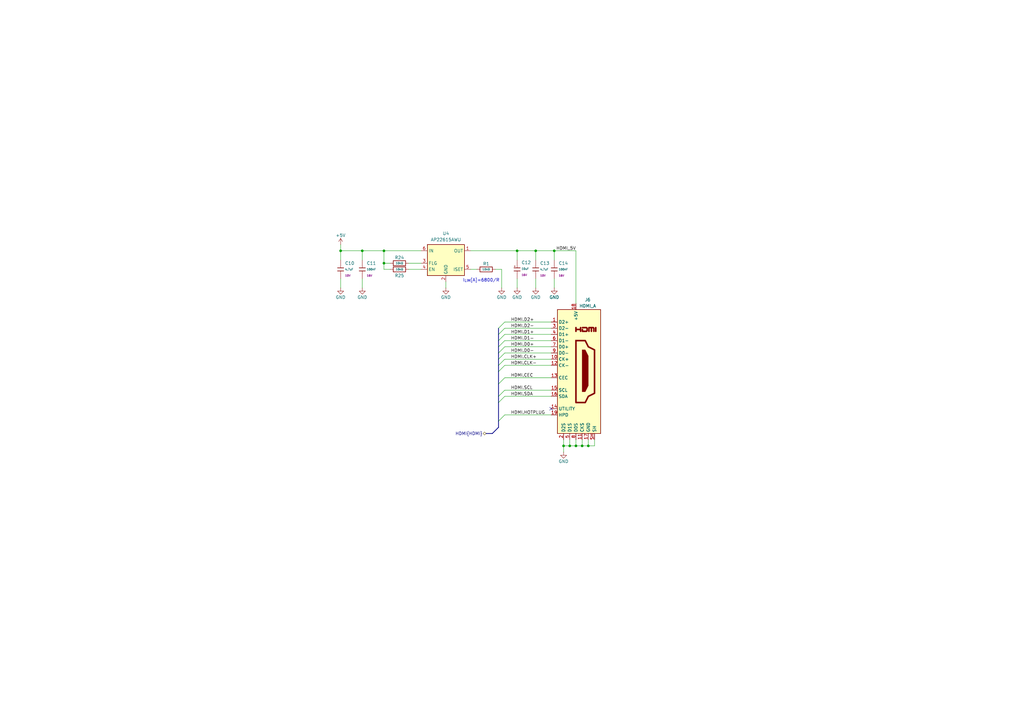
<source format=kicad_sch>
(kicad_sch (version 20250114) (generator "eeschema") (generator_version "9.0")
  (paper "A3")
  (title_block (title "ModuCard CM5 module") (date "2025-07-05") (rev "1.0.0") (company "KoNaR") (comment 1 "Project author: Dominik Pluta"))
  (lib_symbols
    (symbol "Connector:HDMI_A"
      (property "Reference" "J" (at -6.35 26.67 0))
      (property "Value" "HDMI_A" (at 10.16 26.67 0))
      (symbol "HDMI_A_0_0"
        (polyline (pts (xy 0 16.51) (xy 0 18.034) (xy 0 17.272) (xy 1.905 17.272) (xy 1.905 18.034) (xy 1.905 16.51)) (stroke (width 0.635)))
        (polyline (pts (xy 2.667 18.034) (xy 4.318 18.034) (xy 4.572 17.78) (xy 4.572 16.764) (xy 4.318 16.51) (xy 2.667 16.51) (xy 2.667 17.272)) (stroke (width 0.635)))
        (polyline (pts (xy 8.128 16.51) (xy 8.128 18.034)) (stroke (width 0.635)))
      )
      (symbol "HDMI_A_0_1"
        (rectangle (start -7.62 25.4) (end 10.16 -25.4) (stroke (width 0.254)) (fill (type background)))
        (polyline (pts (xy 0 12.7) (xy 0 -12.7) (xy 3.81 -12.7) (xy 5.08 -10.16) (xy 7.62 -8.89) (xy 7.62 8.89) (xy 5.08 10.16) (xy 3.81 12.7) (xy 0 12.7)) (stroke (width 0.635)))
        (polyline (pts (xy 2.54 8.89) (xy 3.81 8.89) (xy 5.08 6.35) (xy 5.08 -5.715) (xy 3.81 -8.255) (xy 2.54 -8.255) (xy 2.54 8.89)) (fill (type outline)))
        (polyline (pts (xy 5.334 16.51) (xy 5.334 18.034) (xy 6.35 18.034) (xy 6.35 16.51) (xy 6.35 18.034) (xy 7.112 18.034) (xy 7.366 17.78) (xy 7.366 16.51)) (stroke (width 0.635)))
      )
      (symbol "HDMI_A_1_1"
        (pin passive line (at -10.16 20.32 0) (length 2.54) (name "D2+") (number "1"))
        (pin passive line (at -10.16 17.78 0) (length 2.54) (name "D2-") (number "3"))
        (pin passive line (at -10.16 15.24 0) (length 2.54) (name "D1+") (number "4"))
        (pin passive line (at -10.16 12.7 0) (length 2.54) (name "D1-") (number "6"))
        (pin passive line (at -10.16 10.16 0) (length 2.54) (name "D0+") (number "7"))
        (pin passive line (at -10.16 7.62 0) (length 2.54) (name "D0-") (number "9"))
        (pin passive line (at -10.16 5.08 0) (length 2.54) (name "CK+") (number "10"))
        (pin passive line (at -10.16 2.54 0) (length 2.54) (name "CK-") (number "12"))
        (pin bidirectional line (at -10.16 -2.54 0) (length 2.54) (name "CEC") (number "13"))
        (pin passive line (at -10.16 -7.62 0) (length 2.54) (name "SCL") (number "15"))
        (pin bidirectional line (at -10.16 -10.16 0) (length 2.54) (name "SDA") (number "16"))
        (pin passive line (at -10.16 -15.24 0) (length 2.54) (name "UTILITY") (number "14"))
        (pin passive line (at -10.16 -17.78 0) (length 2.54) (name "HPD") (number "19"))
        (pin power_in line (at -5.08 -27.94 90) (length 2.54) (name "D2S") (number "2"))
        (pin power_in line (at -2.54 -27.94 90) (length 2.54) (name "D1S") (number "5"))
        (pin power_in line (at 0 27.94 270) (length 2.54) (name "+5V") (number "18"))
        (pin power_in line (at 0 -27.94 90) (length 2.54) (name "D0S") (number "8"))
        (pin power_in line (at 2.54 -27.94 90) (length 2.54) (name "CKS") (number "11"))
        (pin power_in line (at 5.08 -27.94 90) (length 2.54) (name "GND") (number "17"))
        (pin passive line (at 7.62 -27.94 90) (length 2.54) (name "SH") (number "SH"))
      )
    )
    (symbol "PCM_JLCPCB-Capacitors:0402,100nF" (pin_numbers (hide yes)) (pin_names (offset 0))
      (property "Reference" "C" (at 2.032 1.668 0))
      (property "Value" "100nF" (at 2.032 -0.3782 0))
      (property "Voltage Rated" "16V" (at 2.032 -2.0462 0))
      (symbol "0402,100nF_0_1"
        (polyline (pts (xy -1.27 0.635) (xy 1.27 0.635)) (stroke (width 0.254)))
        (polyline (pts (xy -1.27 -0.635) (xy 1.27 -0.635)) (stroke (width 0.254)))
      )
      (symbol "0402,100nF_1_1"
        (pin passive line (at 0 3.81 270) (length 3.175) (name "~") (number "1"))
        (pin passive line (at 0 -3.81 90) (length 3.175) (name "~") (number "2"))
      )
    )
    (symbol "PCM_JLCPCB-Capacitors:0402,4.7uF" (pin_numbers (hide yes)) (pin_names (offset 0))
      (property "Reference" "C" (at 2.032 1.668 0))
      (property "Value" "4.7uF" (at 2.032 -0.3782 0))
      (property "Voltage Rated" "10V" (at 2.032 -2.0462 0))
      (symbol "0402,4.7uF_0_1"
        (polyline (pts (xy -1.27 0.635) (xy 1.27 0.635)) (stroke (width 0.254)))
        (polyline (pts (xy -1.27 -0.635) (xy 1.27 -0.635)) (stroke (width 0.254)))
      )
      (symbol "0402,4.7uF_1_1"
        (pin passive line (at 0 3.81 270) (length 3.175) (name "~") (number "1"))
        (pin passive line (at 0 -3.81 90) (length 3.175) (name "~") (number "2"))
      )
    )
    (symbol "PCM_JLCPCB-Capacitors:CASE-A-3216-18(mm),10uF" (pin_numbers (hide yes)) (pin_names (offset 0))
      (property "Reference" "C" (at 2.032 1.668 0))
      (property "Value" "10uF" (at 2.032 -0.3782 0))
      (property "Rated Voltage" "16V" (at 2.032 -2.0462 0))
      (symbol "CASE-A-3216-18(mm),10uF_0_1"
        (polyline (pts (xy -1.27 1.27) (xy -0.635 1.27)) (stroke (width 0.127)))
        (polyline (pts (xy -1.27 0.635) (xy 1.27 0.635)) (stroke (width 0.254)))
        (polyline (pts (xy -1.27 -0.635) (xy 1.27 -0.635)) (stroke (width 0.254)))
        (polyline (pts (xy -0.9525 1.5875) (xy -0.9525 0.9525)) (stroke (width 0.127)))
      )
      (symbol "CASE-A-3216-18(mm),10uF_1_1"
        (pin passive line (at 0 3.81 270) (length 3.175) (name "~") (number "1"))
        (pin passive line (at 0 -3.81 90) (length 3.175) (name "~") (number "2"))
      )
    )
    (symbol "PCM_JLCPCB-Resistors:0402,10kΩ" (pin_numbers (hide yes)) (pin_names (offset 0))
      (property "Reference" "R" (at 1.778 0 0))
      (property "Value" "10kΩ" (at 0 0 90))
      (symbol "0402,10kΩ_0_1"
        (rectangle (start -1.016 2.54) (end 1.016 -2.54) (stroke (width 0.254)))
      )
      (symbol "0402,10kΩ_1_1"
        (pin passive line (at 0 3.81 270) (length 1.27) (name "~") (number "1"))
        (pin passive line (at 0 -3.81 90) (length 1.27) (name "~") (number "2"))
      )
    )
    (symbol "Regulator_Linear:AP22615AWU"
      (property "Reference" "U" (at -7.62 -8.89 0))
      (property "Value" "AP22615AWU" (at -7.62 6.35 0))
      (symbol "AP22615AWU_0_1"
        (rectangle (start -7.62 5.08) (end 7.62 -7.62) (stroke (width 0.254)) (fill (type background)))
      )
      (symbol "AP22615AWU_1_0"
        (pin power_in line (at -10.16 2.54 0) (length 2.54) (name "IN") (number "6"))
        (pin open_collector line (at -10.16 -2.54 0) (length 2.54) (name "FLG") (number "3"))
        (pin input line (at -10.16 -5.08 0) (length 2.54) (name "EN") (number "4"))
        (pin power_in line (at 0 -10.16 90) (length 2.54) (name "GND") (number "2"))
        (pin power_out line (at 10.16 2.54 180) (length 2.54) (name "OUT") (number "1"))
        (pin passive line (at 10.16 -5.08 180) (length 2.54) (name "ISET") (number "5"))
      )
    )
    (symbol "power:+5V" (power) (pin_numbers (hide yes)) (pin_names (offset 0) (hide yes))
      (property "Value" "+5V" (at 0 3.556 0))
      (symbol "+5V_0_1"
        (polyline (pts (xy -0.762 1.27) (xy 0 2.54)))
        (polyline (pts (xy 0 2.54) (xy 0.762 1.27)))
        (polyline (pts (xy 0 0) (xy 0 2.54)))
      )
      (symbol "+5V_1_1"
        (pin power_in line (at 0 0 90) (length 0) (name "~") (number "1"))
      )
    )
    (symbol "power:GND" (power) (pin_numbers (hide yes)) (pin_names (offset 0) (hide yes))
      (property "Value" "GND" (at 0 -3.81 0))
      (symbol "GND_0_1"
        (polyline (pts (xy 0 0) (xy 0 -1.27) (xy 1.27 -1.27) (xy 0 -2.54) (xy -1.27 -1.27) (xy 0 -1.27)))
      )
      (symbol "GND_1_1"
        (pin power_in line (at 0 0 270) (length 0) (name "~") (number "1"))
      )
    )
  )
  (bus_alias "HDMI" (members "D2+" "D2-" "D1+" "D1-" "D0+" "D0-" "CLK+" "CLK-" "SDA" "SCL" "CEC" "HOTPLUG"))
  (text "I_{LIM}[A]=6800/R" (at 197.358 115.062 0) (effects (font (size 1.27 1.27))))
  (junction (at 231.14 182.88))
  (junction (at 236.22 182.88))
  (junction (at 219.71 102.87))
  (junction (at 157.48 102.87))
  (junction (at 148.59 102.87))
  (junction (at 227.33 102.87))
  (junction (at 212.09 102.87))
  (junction (at 241.3 182.88))
  (junction (at 238.76 182.88))
  (junction (at 139.7 102.87))
  (junction (at 157.48 107.95))
  (junction (at 233.68 182.88))
  (no_connect (at 226.06 167.64))
  (bus_entry (at 204.47 162.56) (size 2.54 -2.54))
  (bus_entry (at 204.47 152.4) (size 2.54 -2.54))
  (bus_entry (at 204.47 134.62) (size 2.54 -2.54))
  (bus_entry (at 204.47 147.32) (size 2.54 -2.54))
  (bus_entry (at 204.47 144.78) (size 2.54 -2.54))
  (bus_entry (at 204.47 172.72) (size 2.54 -2.54))
  (bus_entry (at 204.47 142.24) (size 2.54 -2.54))
  (bus_entry (at 204.47 137.16) (size 2.54 -2.54))
  (bus_entry (at 204.47 149.86) (size 2.54 -2.54))
  (bus_entry (at 204.47 157.48) (size 2.54 -2.54))
  (bus_entry (at 204.47 139.7) (size 2.54 -2.54))
  (bus_entry (at 204.47 165.1) (size 2.54 -2.54))
  (wire (pts (xy 231.14 182.88) (xy 233.68 182.88)))
  (wire (pts (xy 193.04 110.49) (xy 195.58 110.49)))
  (wire (pts (xy 205.74 110.49) (xy 205.74 118.11)))
  (wire (pts (xy 148.59 118.11) (xy 148.59 114.3)))
  (wire (pts (xy 157.48 110.49) (xy 160.02 110.49)))
  (wire (pts (xy 157.48 102.87) (xy 157.48 107.95)))
  (wire (pts (xy 236.22 182.88) (xy 238.76 182.88)))
  (wire (pts (xy 207.01 144.78) (xy 226.06 144.78)))
  (wire (pts (xy 207.01 160.02) (xy 226.06 160.02)))
  (wire (pts (xy 157.48 107.95) (xy 157.48 110.49)))
  (wire (pts (xy 207.01 162.56) (xy 226.06 162.56)))
  (bus (pts (xy 204.47 142.24) (xy 204.47 144.78)))
  (bus (pts (xy 204.47 149.86) (xy 204.47 152.4)))
  (wire (pts (xy 236.22 182.88) (xy 236.22 180.34)))
  (bus (pts (xy 204.47 144.78) (xy 204.47 147.32)))
  (wire (pts (xy 193.04 102.87) (xy 212.09 102.87)))
  (bus (pts (xy 199.39 177.8) (xy 201.93 177.8)))
  (wire (pts (xy 212.09 114.3) (xy 212.09 118.11)))
  (wire (pts (xy 231.14 182.88) (xy 231.14 180.34)))
  (wire (pts (xy 212.09 102.87) (xy 212.09 106.68)))
  (wire (pts (xy 207.01 147.32) (xy 226.06 147.32)))
  (wire (pts (xy 227.33 118.11) (xy 227.33 114.3)))
  (wire (pts (xy 207.01 149.86) (xy 226.06 149.86)))
  (wire (pts (xy 241.3 182.88) (xy 243.84 182.88)))
  (wire (pts (xy 207.01 134.62) (xy 226.06 134.62)))
  (bus (pts (xy 204.47 162.56) (xy 204.47 165.1)))
  (wire (pts (xy 167.64 107.95) (xy 172.72 107.95)))
  (wire (pts (xy 139.7 102.87) (xy 148.59 102.87)))
  (wire (pts (xy 236.22 102.87) (xy 236.22 124.46)))
  (wire (pts (xy 227.33 102.87) (xy 236.22 102.87)))
  (wire (pts (xy 207.01 139.7) (xy 226.06 139.7)))
  (bus (pts (xy 204.47 157.48) (xy 204.47 162.56)))
  (wire (pts (xy 148.59 106.68) (xy 148.59 102.87)))
  (wire (pts (xy 231.14 182.88) (xy 231.14 185.42)))
  (bus (pts (xy 201.93 177.8) (xy 204.47 175.26)))
  (wire (pts (xy 139.7 114.3) (xy 139.7 118.11)))
  (bus (pts (xy 204.47 172.72) (xy 204.47 175.26)))
  (wire (pts (xy 207.01 170.18) (xy 226.06 170.18)))
  (bus (pts (xy 204.47 137.16) (xy 204.47 139.7)))
  (wire (pts (xy 207.01 142.24) (xy 226.06 142.24)))
  (wire (pts (xy 207.01 132.08) (xy 226.06 132.08)))
  (wire (pts (xy 219.71 114.3) (xy 219.71 118.11)))
  (wire (pts (xy 241.3 182.88) (xy 241.3 180.34)))
  (wire (pts (xy 233.68 182.88) (xy 236.22 182.88)))
  (bus (pts (xy 204.47 165.1) (xy 204.47 172.72)))
  (bus (pts (xy 204.47 139.7) (xy 204.47 142.24)))
  (wire (pts (xy 219.71 102.87) (xy 227.33 102.87)))
  (wire (pts (xy 212.09 102.87) (xy 219.71 102.87)))
  (wire (pts (xy 157.48 102.87) (xy 172.72 102.87)))
  (wire (pts (xy 182.88 115.57) (xy 182.88 118.11)))
  (bus (pts (xy 204.47 152.4) (xy 204.47 157.48)))
  (bus (pts (xy 204.47 147.32) (xy 204.47 149.86)))
  (wire (pts (xy 148.59 102.87) (xy 157.48 102.87)))
  (wire (pts (xy 157.48 107.95) (xy 160.02 107.95)))
  (wire (pts (xy 207.01 137.16) (xy 226.06 137.16)))
  (wire (pts (xy 238.76 182.88) (xy 238.76 180.34)))
  (wire (pts (xy 243.84 182.88) (xy 243.84 180.34)))
  (bus (pts (xy 204.47 134.62) (xy 204.47 137.16)))
  (wire (pts (xy 227.33 106.68) (xy 227.33 102.87)))
  (wire (pts (xy 203.2 110.49) (xy 205.74 110.49)))
  (wire (pts (xy 139.7 106.68) (xy 139.7 102.87)))
  (wire (pts (xy 207.01 154.94) (xy 226.06 154.94)))
  (wire (pts (xy 167.64 110.49) (xy 172.72 110.49)))
  (wire (pts (xy 139.7 100.33) (xy 139.7 102.87)))
  (wire (pts (xy 233.68 182.88) (xy 233.68 180.34)))
  (wire (pts (xy 238.76 182.88) (xy 241.3 182.88)))
  (wire (pts (xy 219.71 106.68) (xy 219.71 102.87)))
  (label "HDMI.CEC" (at 209.55 154.94 0))
  (label "HDMI.HOTPLUG" (at 209.55 170.18 0))
  (label "HDMI.D2+" (at 209.55 132.08 0))
  (label "HDMI.CLK+" (at 209.55 147.32 0))
  (label "HDMI.CLK-" (at 209.55 149.86 0))
  (label "HDMI.SCL" (at 209.55 160.02 0))
  (label "HDMI.D2-" (at 209.55 134.62 0))
  (label "HDMI.SDA" (at 209.55 162.56 0))
  (label "HDMI.D0+" (at 209.55 142.24 0))
  (label "HDMI_5V" (at 236.22 102.87 180))
  (label "HDMI.D1+" (at 209.55 137.16 0))
  (label "HDMI.D0-" (at 209.55 144.78 0))
  (label "HDMI.D1-" (at 209.55 139.7 0))
  (hierarchical_label "HDMI{HDMI}" (shape bidirectional) (at 199.39 177.8 180))
  (symbol (lib_id "power:GND") (at 231.14 185.42 0) (unit 1)
    (property "Reference" "#PWR0128" (effects (hide yes)))
    (property "Value" "GND" (at 231.14 189.23 0))
    (property "Description" "Power symbol creates a global label with name \"GND\" , ground" (effects (hide yes)))
  )
  (symbol (lib_id "power:GND") (at 148.59 118.11 0) (unit 1)
    (property "Reference" "#PWR060" (effects (hide yes)))
    (property "Value" "GND" (at 148.59 121.92 0))
    (property "Description" "Power symbol creates a global label with name \"GND\" , ground" (effects (hide yes)))
  )
  (symbol (lib_id "power:GND") (at 205.74 118.11 0) (unit 1)
    (property "Reference" "#PWR062" (effects (hide yes)))
    (property "Value" "GND" (at 205.74 121.92 0))
    (property "Description" "Power symbol creates a global label with name \"GND\" , ground" (effects (hide yes)))
  )
  (symbol (lib_id "power:GND") (at 212.09 118.11 0) (unit 1)
    (property "Reference" "#PWR063" (effects (hide yes)))
    (property "Value" "GND" (at 212.09 121.92 0))
    (property "Description" "Power symbol creates a global label with name \"GND\" , ground" (effects (hide yes)))
  )
  (symbol (lib_id "Connector:HDMI_A") (at 236.22 152.4 0) (unit 1)
    (property "Reference" "J6" (at 241.046 122.936 0))
    (property "Value" "HDMI_A" (at 241.046 125.476 0))
    (property "Footprint" "Connector_Video:HDMI_A_Molex_208658-1001_Horizontal" (effects (hide yes)))
    (property "Datasheet" "https://en.wikipedia.org/wiki/HDMI" (effects (hide yes)))
    (property "Description" "HDMI type A connector" (effects (hide yes)))
  )
  (symbol (lib_id "PCM_JLCPCB-Capacitors:0402,100nF") (at 148.59 110.49 0) (unit 1)
    (property "Reference" "C11" (at 150.368 107.9499 0) (effects (justify left)))
    (property "Value" "100nF" (at 150.368 110.49 0) (effects (font (size 0.8 0.8)) (justify left)))
    (property "Footprint" "PCM_JLCPCB:C_0402" (effects (hide yes)))
    (property "Datasheet" "https://www.lcsc.com/datasheet/lcsc_datasheet_2304140030_Samsung-Electro-Mechanics-CL05B104KO5NNNC_C1525.pdf" (effects (hide yes)))
    (property "Description" "16V 100nF X7R ±10% 0402 Multilayer Ceramic Capacitors MLCC - SMD/SMT ROHS" (effects (hide yes)))
    (property "LCSC" "C1525" (effects (hide yes)))
    (property "Stock" "17504271" (effects (hide yes)))
    (property "Price" "0.004USD" (effects (hide yes)))
    (property "Process" "SMT" (effects (hide yes)))
    (property "Minimum Qty" "20" (effects (hide yes)))
    (property "Attrition Qty" "10" (effects (hide yes)))
    (property "Class" "Basic Component" (effects (hide yes)))
    (property "Category" "Capacitors,Multilayer Ceramic Capacitors MLCC - SMD/SMT" (effects (hide yes)))
    (property "Manufacturer" "Samsung Electro-Mechanics" (effects (hide yes)))
    (property "Part" "CL05B104KO5NNNC" (effects (hide yes)))
    (property "Voltage Rated" "16V" (at 150.368 113.03 0) (effects (font (size 0.8 0.8)) (justify left)))
    (property "Tolerance" "±10%" (effects (hide yes)))
    (property "Capacitance" "100nF" (effects (hide yes)))
    (property "Temperature Coefficient" "X7R" (effects (hide yes)))
  )
  (symbol (lib_id "PCM_JLCPCB-Capacitors:0402,4.7uF") (at 219.71 110.49 0) (unit 1)
    (property "Reference" "C13" (at 221.488 107.9499 0) (effects (justify left)))
    (property "Value" "4.7uF" (at 221.488 110.49 0) (effects (font (size 0.8 0.8)) (justify left)))
    (property "Footprint" "PCM_JLCPCB:C_0402" (effects (hide yes)))
    (property "Datasheet" "https://www.lcsc.com/datasheet/lcsc_datasheet_2304140030_Samsung-Electro-Mechanics-CL05A475MP5NRNC_C23733.pdf" (effects (hide yes)))
    (property "Description" "10V 4.7uF X5R ±20% 0402 Multilayer Ceramic Capacitors MLCC - SMD/SMT ROHS" (effects (hide yes)))
    (property "LCSC" "C23733" (effects (hide yes)))
    (property "Stock" "1201243" (effects (hide yes)))
    (property "Price" "0.008USD" (effects (hide yes)))
    (property "Process" "SMT" (effects (hide yes)))
    (property "Minimum Qty" "20" (effects (hide yes)))
    (property "Attrition Qty" "10" (effects (hide yes)))
    (property "Class" "Basic Component" (effects (hide yes)))
    (property "Category" "Capacitors,Multilayer Ceramic Capacitors MLCC - SMD/SMT" (effects (hide yes)))
    (property "Manufacturer" "Samsung Electro-Mechanics" (effects (hide yes)))
    (property "Part" "CL05A475MP5NRNC" (effects (hide yes)))
    (property "Voltage Rated" "10V" (at 221.488 113.03 0) (effects (font (size 0.8 0.8)) (justify left)))
    (property "Tolerance" "±20%" (effects (hide yes)))
    (property "Capacitance" "4.7uF" (effects (hide yes)))
    (property "Temperature Coefficient" "X5R" (effects (hide yes)))
  )
  (symbol (lib_id "power:GND") (at 219.71 118.11 0) (unit 1)
    (property "Reference" "#PWR064" (effects (hide yes)))
    (property "Value" "GND" (at 219.71 121.92 0))
    (property "Description" "Power symbol creates a global label with name \"GND\" , ground" (effects (hide yes)))
  )
  (symbol (lib_id "PCM_JLCPCB-Capacitors:0402,100nF") (at 227.33 110.49 0) (unit 1)
    (property "Reference" "C14" (at 229.108 107.9499 0) (effects (justify left)))
    (property "Value" "100nF" (at 229.108 110.49 0) (effects (font (size 0.8 0.8)) (justify left)))
    (property "Footprint" "PCM_JLCPCB:C_0402" (effects (hide yes)))
    (property "Datasheet" "https://www.lcsc.com/datasheet/lcsc_datasheet_2304140030_Samsung-Electro-Mechanics-CL05B104KO5NNNC_C1525.pdf" (effects (hide yes)))
    (property "Description" "16V 100nF X7R ±10% 0402 Multilayer Ceramic Capacitors MLCC - SMD/SMT ROHS" (effects (hide yes)))
    (property "LCSC" "C1525" (effects (hide yes)))
    (property "Stock" "17504271" (effects (hide yes)))
    (property "Price" "0.004USD" (effects (hide yes)))
    (property "Process" "SMT" (effects (hide yes)))
    (property "Minimum Qty" "20" (effects (hide yes)))
    (property "Attrition Qty" "10" (effects (hide yes)))
    (property "Class" "Basic Component" (effects (hide yes)))
    (property "Category" "Capacitors,Multilayer Ceramic Capacitors MLCC - SMD/SMT" (effects (hide yes)))
    (property "Manufacturer" "Samsung Electro-Mechanics" (effects (hide yes)))
    (property "Part" "CL05B104KO5NNNC" (effects (hide yes)))
    (property "Voltage Rated" "16V" (at 229.108 113.03 0) (effects (font (size 0.8 0.8)) (justify left)))
    (property "Tolerance" "±10%" (effects (hide yes)))
    (property "Capacitance" "100nF" (effects (hide yes)))
    (property "Temperature Coefficient" "X7R" (effects (hide yes)))
  )
  (symbol (lib_id "PCM_JLCPCB-Resistors:0402,10kΩ") (at 199.39 110.49 90) (unit 1)
    (property "Reference" "R1" (at 199.39 108.204 90))
    (property "Value" "10kΩ" (at 199.39 110.49 90) (effects (font (size 0.8 0.8))))
    (property "Footprint" "PCM_JLCPCB:R_0402" (effects (hide yes)))
    (property "Datasheet" "https://www.lcsc.com/datasheet/lcsc_datasheet_2411221126_UNI-ROYAL-Uniroyal-Elec-0402WGF1002TCE_C25744.pdf" (effects (hide yes)))
    (property "Description" "62.5mW Thick Film Resistors 50V ±100ppm/°C ±1% 10kΩ 0402 Chip Resistor - Surface Mount ROHS" (effects (hide yes)))
    (property "LCSC" "C25744" (effects (hide yes)))
    (property "Stock" "13295806" (effects (hide yes)))
    (property "Price" "0.004USD" (effects (hide yes)))
    (property "Process" "SMT" (effects (hide yes)))
    (property "Minimum Qty" "5" (effects (hide yes)))
    (property "Attrition Qty" "0" (effects (hide yes)))
    (property "Class" "Basic Component" (effects (hide yes)))
    (property "Category" "Resistors,Chip Resistor - Surface Mount" (effects (hide yes)))
    (property "Manufacturer" "UNI-ROYAL(Uniroyal Elec)" (effects (hide yes)))
    (property "Part" "0402WGF1002TCE" (effects (hide yes)))
    (property "Resistance" "10kΩ" (effects (hide yes)))
    (property "Power(Watts)" "62.5mW" (effects (hide yes)))
    (property "Type" "Thick Film Resistors" (effects (hide yes)))
    (property "Overload Voltage (Max)" "50V" (effects (hide yes)))
    (property "Operating Temperature Range" "-55°C~+155°C" (effects (hide yes)))
    (property "Tolerance" "±1%" (effects (hide yes)))
    (property "Temperature Coefficient" "±100ppm/°C" (effects (hide yes)))
  )
  (symbol (lib_id "PCM_JLCPCB-Resistors:0402,10kΩ") (at 163.83 107.95 90) (unit 1)
    (property "Reference" "R24" (at 163.83 105.664 90))
    (property "Value" "10kΩ" (at 163.83 107.95 90) (effects (font (size 0.8 0.8))))
    (property "Footprint" "PCM_JLCPCB:R_0402" (effects (hide yes)))
    (property "Datasheet" "https://www.lcsc.com/datasheet/lcsc_datasheet_2411221126_UNI-ROYAL-Uniroyal-Elec-0402WGF1002TCE_C25744.pdf" (effects (hide yes)))
    (property "Description" "62.5mW Thick Film Resistors 50V ±100ppm/°C ±1% 10kΩ 0402 Chip Resistor - Surface Mount ROHS" (effects (hide yes)))
    (property "LCSC" "C25744" (effects (hide yes)))
    (property "Stock" "13295806" (effects (hide yes)))
    (property "Price" "0.004USD" (effects (hide yes)))
    (property "Process" "SMT" (effects (hide yes)))
    (property "Minimum Qty" "5" (effects (hide yes)))
    (property "Attrition Qty" "0" (effects (hide yes)))
    (property "Class" "Basic Component" (effects (hide yes)))
    (property "Category" "Resistors,Chip Resistor - Surface Mount" (effects (hide yes)))
    (property "Manufacturer" "UNI-ROYAL(Uniroyal Elec)" (effects (hide yes)))
    (property "Part" "0402WGF1002TCE" (effects (hide yes)))
    (property "Resistance" "10kΩ" (effects (hide yes)))
    (property "Power(Watts)" "62.5mW" (effects (hide yes)))
    (property "Type" "Thick Film Resistors" (effects (hide yes)))
    (property "Overload Voltage (Max)" "50V" (effects (hide yes)))
    (property "Operating Temperature Range" "-55°C~+155°C" (effects (hide yes)))
    (property "Tolerance" "±1%" (effects (hide yes)))
    (property "Temperature Coefficient" "±100ppm/°C" (effects (hide yes)))
  )
  (symbol (lib_id "power:GND") (at 182.88 118.11 0) (unit 1)
    (property "Reference" "#PWR061" (effects (hide yes)))
    (property "Value" "GND" (at 182.88 121.92 0))
    (property "Description" "Power symbol creates a global label with name \"GND\" , ground" (effects (hide yes)))
  )
  (symbol (lib_id "power:GND") (at 227.33 118.11 0) (unit 1)
    (property "Reference" "#PWR065" (effects (hide yes)))
    (property "Value" "GND" (at 227.33 121.92 0))
    (property "Description" "Power symbol creates a global label with name \"GND\" , ground" (effects (hide yes)))
  )
  (symbol (lib_id "PCM_JLCPCB-Capacitors:0402,4.7uF") (at 139.7 110.49 0) (unit 1)
    (property "Reference" "C10" (at 141.478 107.9499 0) (effects (justify left)))
    (property "Value" "4.7uF" (at 141.478 110.49 0) (effects (font (size 0.8 0.8)) (justify left)))
    (property "Footprint" "PCM_JLCPCB:C_0402" (effects (hide yes)))
    (property "Datasheet" "https://www.lcsc.com/datasheet/lcsc_datasheet_2304140030_Samsung-Electro-Mechanics-CL05A475MP5NRNC_C23733.pdf" (effects (hide yes)))
    (property "Description" "10V 4.7uF X5R ±20% 0402 Multilayer Ceramic Capacitors MLCC - SMD/SMT ROHS" (effects (hide yes)))
    (property "LCSC" "C23733" (effects (hide yes)))
    (property "Stock" "1201243" (effects (hide yes)))
    (property "Price" "0.008USD" (effects (hide yes)))
    (property "Process" "SMT" (effects (hide yes)))
    (property "Minimum Qty" "20" (effects (hide yes)))
    (property "Attrition Qty" "10" (effects (hide yes)))
    (property "Class" "Basic Component" (effects (hide yes)))
    (property "Category" "Capacitors,Multilayer Ceramic Capacitors MLCC - SMD/SMT" (effects (hide yes)))
    (property "Manufacturer" "Samsung Electro-Mechanics" (effects (hide yes)))
    (property "Part" "CL05A475MP5NRNC" (effects (hide yes)))
    (property "Voltage Rated" "10V" (at 141.478 113.03 0) (effects (font (size 0.8 0.8)) (justify left)))
    (property "Tolerance" "±20%" (effects (hide yes)))
    (property "Capacitance" "4.7uF" (effects (hide yes)))
    (property "Temperature Coefficient" "X5R" (effects (hide yes)))
  )
  (symbol (lib_id "PCM_JLCPCB-Capacitors:CASE-A-3216-18(mm),10uF") (at 212.09 110.49 0) (unit 1)
    (property "Reference" "C12" (at 213.868 107.6959 0) (effects (justify left)))
    (property "Value" "10uF" (at 213.868 110.236 0) (effects (font (size 0.8 0.8)) (justify left)))
    (property "Footprint" "PCM_JLCPCB:C_CASE-A-3216-18(mm)" (effects (hide yes)))
    (property "Datasheet" "https://www.lcsc.com/datasheet/lcsc_datasheet_2304140030_Kyocera-AVX-TAJA106K016RNJ_C7171.pdf" (effects (hide yes)))
    (property "Description" "10uF 16V 3Ω@100kHz ±10% CASE-A-3216-18(mm) Tantalum Capacitors ROHS" (effects (hide yes)))
    (property "LCSC" "C7171" (effects (hide yes)))
    (property "Stock" "1176198" (effects (hide yes)))
    (property "Price" "0.087USD" (effects (hide yes)))
    (property "Process" "SMT" (effects (hide yes)))
    (property "Minimum Qty" "5" (effects (hide yes)))
    (property "Attrition Qty" "2" (effects (hide yes)))
    (property "Class" "Basic Component" (effects (hide yes)))
    (property "Category" "Capacitors,Tantalum Capacitors" (effects (hide yes)))
    (property "Manufacturer" "AVX" (effects (hide yes)))
    (property "Part" "TAJA106K016RNJ" (effects (hide yes)))
    (property "Operating Temperature" "-55°C~+125°C" (effects (hide yes)))
    (property "Equivalent Series Resistance(ESR)" "3Ω@100kHz" (effects (hide yes)))
    (property "Tolerance" "±10%" (effects (hide yes)))
    (property "Capacitance" "10uF" (effects (hide yes)))
    (property "Rated Voltage" "16V" (at 213.868 112.776 0) (effects (font (size 0.8 0.8)) (justify left)))
  )
  (symbol (lib_id "power:+5V") (at 139.7 100.33 0) (unit 1)
    (property "Reference" "#PWR058" (effects (hide yes)))
    (property "Value" "+5V" (at 139.7 96.52 0))
    (property "Description" "Power symbol creates a global label with name \"+5V\"" (effects (hide yes)))
  )
  (symbol (lib_id "power:GND") (at 139.7 118.11 0) (unit 1)
    (property "Reference" "#PWR059" (effects (hide yes)))
    (property "Value" "GND" (at 139.7 121.92 0))
    (property "Description" "Power symbol creates a global label with name \"GND\" , ground" (effects (hide yes)))
  )
  (symbol (lib_id "PCM_JLCPCB-Resistors:0402,10kΩ") (at 163.83 110.49 90) (unit 1)
    (property "Reference" "R25" (at 163.83 113.03 90))
    (property "Value" "10kΩ" (at 163.83 110.49 90) (effects (font (size 0.8 0.8))))
    (property "Footprint" "PCM_JLCPCB:R_0402" (effects (hide yes)))
    (property "Datasheet" "https://www.lcsc.com/datasheet/lcsc_datasheet_2411221126_UNI-ROYAL-Uniroyal-Elec-0402WGF1002TCE_C25744.pdf" (effects (hide yes)))
    (property "Description" "62.5mW Thick Film Resistors 50V ±100ppm/°C ±1% 10kΩ 0402 Chip Resistor - Surface Mount ROHS" (effects (hide yes)))
    (property "LCSC" "C25744" (effects (hide yes)))
    (property "Stock" "13295806" (effects (hide yes)))
    (property "Price" "0.004USD" (effects (hide yes)))
    (property "Process" "SMT" (effects (hide yes)))
    (property "Minimum Qty" "5" (effects (hide yes)))
    (property "Attrition Qty" "0" (effects (hide yes)))
    (property "Class" "Basic Component" (effects (hide yes)))
    (property "Category" "Resistors,Chip Resistor - Surface Mount" (effects (hide yes)))
    (property "Manufacturer" "UNI-ROYAL(Uniroyal Elec)" (effects (hide yes)))
    (property "Part" "0402WGF1002TCE" (effects (hide yes)))
    (property "Resistance" "10kΩ" (effects (hide yes)))
    (property "Power(Watts)" "62.5mW" (effects (hide yes)))
    (property "Type" "Thick Film Resistors" (effects (hide yes)))
    (property "Overload Voltage (Max)" "50V" (effects (hide yes)))
    (property "Operating Temperature Range" "-55°C~+155°C" (effects (hide yes)))
    (property "Tolerance" "±1%" (effects (hide yes)))
    (property "Temperature Coefficient" "±100ppm/°C" (effects (hide yes)))
  )
  (symbol (lib_id "Regulator_Linear:AP22615AWU") (at 182.88 105.41 0) (unit 1)
    (property "Reference" "U4" (at 182.88 95.758 0))
    (property "Value" "AP22615AWU" (at 182.88 98.298 0))
    (property "Footprint" "Package_TO_SOT_SMD:SOT-23-6" (effects (hide yes)))
    (property "Datasheet" "https://www.diodes.com/datasheet/download/AP22815_615.pdf" (effects (hide yes)))
    (property "Description" "Current limited power switch, single channel, 3.0V to 5.5V, 3A, SOT-23-6" (effects (hide yes)))
  )
)
</source>
